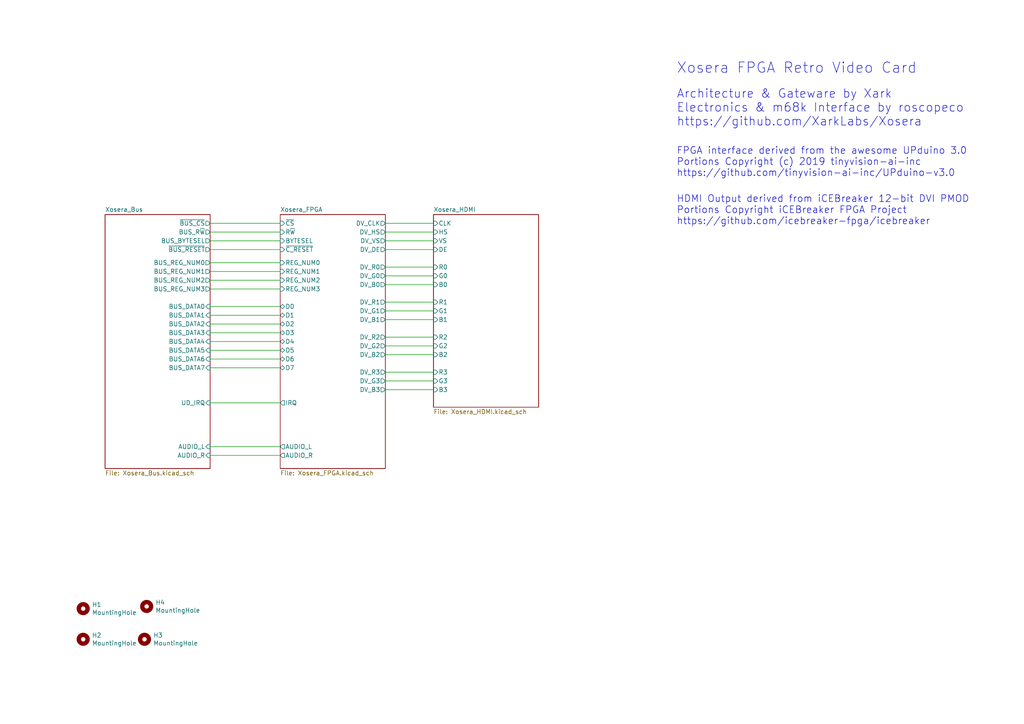
<source format=kicad_sch>
(kicad_sch (version 20230121) (generator eeschema)
  (paper "A4")
  (title_block (title "Xosera rosco_m68k daughterboard") (date "2024-02-08") (rev "0") (company "The Really Old-School Company Limited & XarkLabs") (comment 1 "Copyright (c)2023") (comment 2 "CERN OHL & MIT License"))
  (lib_symbols
    (symbol "UPduino_v3.0:Mechanical_MountingHole" (pin_names (offset 1.016))
      (property "Reference" "H" (at 0 5.08 0))
      (property "Value" "Mechanical_MountingHole" (at 0 3.175 0))
      (symbol "Mechanical_MountingHole_0_1"
        (circle (center 0 0) (radius 1.27) (stroke (width 1.27)))
      )
    )
  )
  (wire (pts (xy 111.76 113.03) (xy 125.73 113.03)))
  (wire (pts (xy 60.96 106.68) (xy 81.28 106.68)))
  (wire (pts (xy 111.76 97.79) (xy 125.73 97.79)))
  (wire (pts (xy 111.76 110.49) (xy 125.73 110.49)))
  (wire (pts (xy 60.96 101.6) (xy 81.28 101.6)))
  (wire (pts (xy 60.96 67.31) (xy 81.28 67.31)))
  (wire (pts (xy 60.96 76.2) (xy 81.28 76.2)))
  (wire (pts (xy 111.76 80.01) (xy 125.73 80.01)))
  (wire (pts (xy 111.76 82.55) (xy 125.73 82.55)))
  (wire (pts (xy 111.76 69.85) (xy 125.73 69.85)))
  (wire (pts (xy 60.96 93.98) (xy 81.28 93.98)))
  (wire (pts (xy 60.96 81.28) (xy 81.28 81.28)))
  (wire (pts (xy 111.76 67.31) (xy 125.73 67.31)))
  (wire (pts (xy 60.96 96.52) (xy 81.28 96.52)))
  (wire (pts (xy 60.96 72.39) (xy 81.28 72.39)))
  (wire (pts (xy 60.96 132.08) (xy 81.28 132.08)))
  (wire (pts (xy 111.76 107.95) (xy 125.73 107.95)))
  (wire (pts (xy 111.76 92.71) (xy 125.73 92.71)))
  (wire (pts (xy 60.96 83.82) (xy 81.28 83.82)))
  (wire (pts (xy 60.96 69.85) (xy 81.28 69.85)))
  (wire (pts (xy 60.96 129.54) (xy 81.28 129.54)))
  (wire (pts (xy 60.96 88.9) (xy 81.28 88.9)))
  (wire (pts (xy 60.96 99.06) (xy 81.28 99.06)))
  (wire (pts (xy 111.76 87.63) (xy 125.73 87.63)))
  (wire (pts (xy 111.76 102.87) (xy 125.73 102.87)))
  (wire (pts (xy 111.76 72.39) (xy 125.73 72.39)))
  (wire (pts (xy 60.96 78.74) (xy 81.28 78.74)))
  (wire (pts (xy 60.96 104.14) (xy 81.28 104.14)))
  (wire (pts (xy 111.76 100.33) (xy 125.73 100.33)))
  (wire (pts (xy 111.76 64.77) (xy 125.73 64.77)))
  (wire (pts (xy 111.76 77.47) (xy 125.73 77.47)))
  (wire (pts (xy 60.96 116.84) (xy 81.28 116.84)))
  (wire (pts (xy 60.96 64.77) (xy 81.28 64.77)))
  (wire (pts (xy 111.76 90.17) (xy 125.73 90.17)))
  (wire (pts (xy 60.96 91.44) (xy 81.28 91.44)))
  (text "Architecture & Gateware by Xark\nElectronics & m68k Interface by roscopeco\nhttps://github.com/XarkLabs/Xosera" (at 196.215 36.83 0) (effects (font (size 2.5 2.5)) (justify left bottom)))
  (text "HDMI Output derived from iCEBreaker 12-bit DVI PMOD\nPortions Copyright iCEBreaker FPGA Project\nhttps://github.com/icebreaker-fpga/icebreaker" (at 196.215 65.405 0) (effects (font (size 2 2)) (justify left bottom)))
  (text "Xosera FPGA Retro Video Card" (at 196.215 21.59 0) (effects (font (size 3 3)) (justify left bottom)))
  (text "FPGA interface derived from the awesome UPduino 3.0\nPortions Copyright (c) 2019 tinyvision-ai-inc\nhttps://github.com/tinyvision-ai-inc/UPduino-v3.0" (at 196.215 51.435 0) (effects (font (size 2 2)) (justify left bottom)))
  (symbol (lib_id "UPduino_v3.0:Mechanical_MountingHole") (at 42.545 175.895 0) (unit 1)
    (property "Reference" "H4" (at 45.085 174.7266 0) (effects (justify left)))
    (property "Value" "MountingHole" (at 45.085 177.038 0) (effects (justify left)))
    (property "Footprint" "MountingHole:MountingHole_3.2mm_M3_Pad_Via" (effects hide))
  )
  (symbol (lib_id "UPduino_v3.0:Mechanical_MountingHole") (at 24.13 185.42 0) (unit 1)
    (property "Reference" "H2" (at 26.67 184.2516 0) (effects (justify left)))
    (property "Value" "MountingHole" (at 26.67 186.563 0) (effects (justify left)))
    (property "Footprint" "MountingHole:MountingHole_3.2mm_M3_Pad_Via" (effects hide))
  )
  (symbol (lib_id "UPduino_v3.0:Mechanical_MountingHole") (at 41.91 185.42 0) (unit 1)
    (property "Reference" "H3" (at 44.45 184.2516 0) (effects (justify left)))
    (property "Value" "MountingHole" (at 44.45 186.563 0) (effects (justify left)))
    (property "Footprint" "MountingHole:MountingHole_3.2mm_M3_Pad_Via" (effects hide))
  )
  (symbol (lib_id "UPduino_v3.0:Mechanical_MountingHole") (at 24.13 176.53 0) (unit 1)
    (property "Reference" "H1" (at 26.67 175.3616 0) (effects (justify left)))
    (property "Value" "MountingHole" (at 26.67 177.673 0) (effects (justify left)))
    (property "Footprint" "MountingHole:MountingHole_3.2mm_M3_Pad_Via" (effects hide))
  )
  (sheet (at 30.48 62.23) (size 30.48 73.66) (stroke (width 0.1524))
    (property "Sheetname" "Xosera_Bus" (at 30.48 61.5184 0) (effects (justify left bottom)))
    (property "Sheetfile" "Xosera_Bus.kicad_sch" (at 30.48 136.4746 0) (effects (justify left top)))
    (pin "BUS_REG_NUM1" output (at 60.96 78.74 0))
    (pin "BUS_BYTESEL" output (at 60.96 69.85 0))
    (pin "BUS_REG_NUM0" output (at 60.96 76.2 0))
    (pin "BUS_REG_NUM2" output (at 60.96 81.28 0))
    (pin "BUS_REG_NUM3" output (at 60.96 83.82 0))
    (pin "BUS_DATA6" input (at 60.96 104.14 0))
    (pin "BUS_DATA7" input (at 60.96 106.68 0))
    (pin "BUS_DATA3" input (at 60.96 96.52 0))
    (pin "BUS_DATA2" input (at 60.96 93.98 0))
    (pin "BUS_DATA1" input (at 60.96 91.44 0))
    (pin "BUS_DATA4" input (at 60.96 99.06 0))
    (pin "BUS_DATA5" input (at 60.96 101.6 0))
    (pin "BUS_DATA0" input (at 60.96 88.9 0))
    (pin "AUDIO_L" input (at 60.96 129.54 0))
    (pin "AUDIO_R" input (at 60.96 132.08 0))
    (pin "BUS_R~{W}" output (at 60.96 67.31 0))
    (pin "~{BUS_CS}" output (at 60.96 64.77 0))
    (pin "~{BUS_RESET}" output (at 60.96 72.39 0))
    (pin "UD_IRQ" input (at 60.96 116.84 0))
  )
  (sheet (at 81.28 62.23) (size 30.48 73.66) (stroke (width 0.1524))
    (property "Sheetname" "Xosera_FPGA" (at 81.28 61.5184 0) (effects (justify left bottom)))
    (property "Sheetfile" "Xosera_FPGA.kicad_sch" (at 81.28 136.4746 0) (effects (justify left top)))
    (pin "DV_HS" output (at 111.76 67.31 0))
    (pin "DV_R2" output (at 111.76 97.79 0))
    (pin "DV_G2" output (at 111.76 100.33 0))
    (pin "DV_B2" output (at 111.76 102.87 0))
    (pin "DV_VS" output (at 111.76 69.85 0))
    (pin "DV_B3" output (at 111.76 113.03 0))
    (pin "DV_G3" output (at 111.76 110.49 0))
    (pin "DV_R3" output (at 111.76 107.95 0))
    (pin "DV_G0" output (at 111.76 80.01 0))
    (pin "DV_CLK" output (at 111.76 64.77 0))
    (pin "DV_G1" output (at 111.76 90.17 0))
    (pin "DV_B1" output (at 111.76 92.71 0))
    (pin "DV_R1" output (at 111.76 87.63 0))
    (pin "DV_B0" output (at 111.76 82.55 0))
    (pin "DV_R0" output (at 111.76 77.47 0))
    (pin "DV_DE" output (at 111.76 72.39 0))
    (pin "AUDIO_L" output (at 81.28 129.54 180))
    (pin "AUDIO_R" output (at 81.28 132.08 180))
    (pin "REG_NUM1" input (at 81.28 78.74 180))
    (pin "REG_NUM3" input (at 81.28 83.82 180))
    (pin "REG_NUM2" input (at 81.28 81.28 180))
    (pin "REG_NUM0" input (at 81.28 76.2 180))
    (pin "D0" bidirectional (at 81.28 88.9 180))
    (pin "D7" bidirectional (at 81.28 106.68 180))
    (pin "D4" bidirectional (at 81.28 99.06 180))
    (pin "D3" bidirectional (at 81.28 96.52 180))
    (pin "D6" bidirectional (at 81.28 104.14 180))
    (pin "BYTESEL" input (at 81.28 69.85 180))
    (pin "D1" bidirectional (at 81.28 91.44 180))
    (pin "D2" bidirectional (at 81.28 93.98 180))
    (pin "D5" bidirectional (at 81.28 101.6 180))
    (pin "R~{W}" input (at 81.28 67.31 180))
    (pin "~{CS}" input (at 81.28 64.77 180))
    (pin "~{C_RESET}" input (at 81.28 72.39 180))
    (pin "IRQ" output (at 81.28 116.84 180))
  )
  (sheet (at 125.73 62.23) (size 30.48 55.88) (stroke (width 0.1524))
    (property "Sheetname" "Xosera_HDMI" (at 125.73 61.5184 0) (effects (justify left bottom)))
    (property "Sheetfile" "Xosera_HDMI.kicad_sch" (at 125.73 118.6946 0) (effects (justify left top)))
    (pin "DE" input (at 125.73 72.39 180))
    (pin "VS" input (at 125.73 69.85 180))
    (pin "HS" input (at 125.73 67.31 180))
    (pin "B0" input (at 125.73 82.55 180))
    (pin "B3" input (at 125.73 113.03 180))
    (pin "B1" input (at 125.73 92.71 180))
    (pin "B2" input (at 125.73 102.87 180))
    (pin "R3" input (at 125.73 107.95 180))
    (pin "R2" input (at 125.73 97.79 180))
    (pin "R1" input (at 125.73 87.63 180))
    (pin "R0" input (at 125.73 77.47 180))
    (pin "G0" input (at 125.73 80.01 180))
    (pin "G2" input (at 125.73 100.33 180))
    (pin "G3" input (at 125.73 110.49 180))
    (pin "G1" input (at 125.73 90.17 180))
    (pin "CLK" input (at 125.73 64.77 180))
  )
)
</source>
